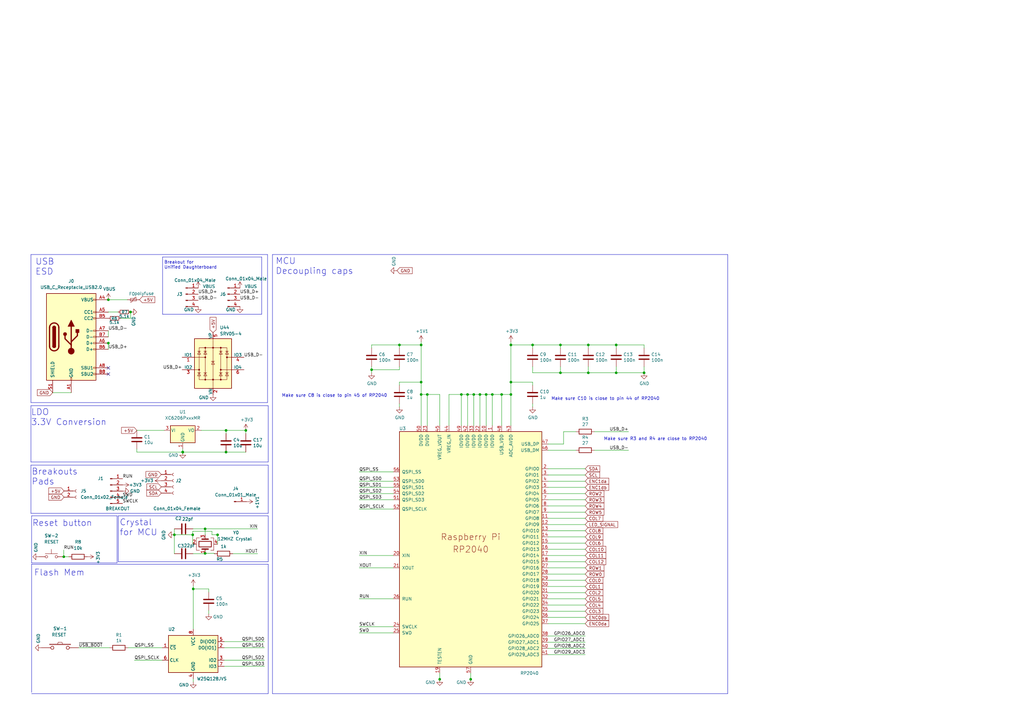
<source format=kicad_sch>
(kicad_sch (version 20230121) (generator eeschema)
  (paper "A3")
  (title_block (title "Rp2040 __template__") (date "2020-12-18") (rev "REV 0.1") (company "scattered_lenity.space"))
  (lib_symbols
    (symbol "Connector:Conn_01x01_Male" (pin_names (offset 1.016) hide)
      (property "Reference" "J" (at 0 2.54 0))
      (property "Value" "Conn_01x01_Male" (at 0 -2.54 0))
      (symbol "Conn_01x01_Male_1_1"
        (pin passive line (at 5.08 0 180) (length 3.81) (name "Pin_1") (number "1"))
      )
    )
    (symbol "Connector:Conn_01x02_Female" (pin_names (offset 1.016) hide)
      (property "Reference" "J" (at 0 2.54 0))
      (property "Value" "Conn_01x02_Female" (at 0 -5.08 0))
      (symbol "Conn_01x02_Female_1_1"
        (pin passive line (at -5.08 0 0) (length 3.81) (name "Pin_1") (number "1"))
        (pin passive line (at -5.08 -2.54 0) (length 3.81) (name "Pin_2") (number "2"))
      )
    )
    (symbol "Connector:Conn_01x04_Female" (pin_names (offset 1.016) hide)
      (property "Reference" "J" (at 0 5.08 0))
      (property "Value" "Conn_01x04_Female" (at 0 -7.62 0))
      (symbol "Conn_01x04_Female_1_1"
        (pin passive line (at -5.08 2.54 0) (length 3.81) (name "Pin_1") (number "1"))
        (pin passive line (at -5.08 0 0) (length 3.81) (name "Pin_2") (number "2"))
        (pin passive line (at -5.08 -2.54 0) (length 3.81) (name "Pin_3") (number "3"))
        (pin passive line (at -5.08 -5.08 0) (length 3.81) (name "Pin_4") (number "4"))
      )
    )
    (symbol "Connector:Conn_01x04_Male" (pin_names (offset 1.016) hide)
      (property "Reference" "J" (at 0 5.08 0))
      (property "Value" "Conn_01x04_Male" (at 0 -7.62 0))
      (symbol "Conn_01x04_Male_1_1"
        (pin passive line (at 5.08 2.54 180) (length 3.81) (name "Pin_1") (number "1"))
        (pin passive line (at 5.08 0 180) (length 3.81) (name "Pin_2") (number "2"))
        (pin passive line (at 5.08 -2.54 180) (length 3.81) (name "Pin_3") (number "3"))
        (pin passive line (at 5.08 -5.08 180) (length 3.81) (name "Pin_4") (number "4"))
      )
    )
    (symbol "Connector:Conn_01x05_Male" (pin_names (offset 1.016) hide)
      (property "Reference" "J" (at 0 7.62 0))
      (property "Value" "Conn_01x05_Male" (at 0 -7.62 0))
      (symbol "Conn_01x05_Male_1_1"
        (pin passive line (at 5.08 5.08 180) (length 3.81) (name "Pin_1") (number "1"))
        (pin passive line (at 5.08 2.54 180) (length 3.81) (name "Pin_2") (number "2"))
        (pin passive line (at 5.08 0 180) (length 3.81) (name "Pin_3") (number "3"))
        (pin passive line (at 5.08 -2.54 180) (length 3.81) (name "Pin_4") (number "4"))
        (pin passive line (at 5.08 -5.08 180) (length 3.81) (name "Pin_5") (number "5"))
      )
    )
    (symbol "Connector:USB_C_Receptacle_USB2.0" (pin_names (offset 1.016))
      (property "Reference" "J" (at -10.16 19.05 0))
      (property "Value" "USB_C_Receptacle_USB2.0" (at 19.05 19.05 0))
      (symbol "USB_C_Receptacle_USB2.0_1_1"
        (pin passive line (at 0 -22.86 90) (length 5.08) (name "GND") (number "A1"))
        (pin passive line (at 0 -22.86 90) (length 5.08) hide (name "GND") (number "A12"))
        (pin passive line (at 15.24 15.24 180) (length 5.08) (name "VBUS") (number "A4"))
        (pin bidirectional line (at 15.24 10.16 180) (length 5.08) (name "CC1") (number "A5"))
        (pin bidirectional line (at 15.24 -2.54 180) (length 5.08) (name "D+") (number "A6"))
        (pin bidirectional line (at 15.24 2.54 180) (length 5.08) (name "D-") (number "A7"))
        (pin bidirectional line (at 15.24 -12.7 180) (length 5.08) (name "SBU1") (number "A8"))
        (pin passive line (at 15.24 15.24 180) (length 5.08) hide (name "VBUS") (number "A9"))
        (pin passive line (at 0 -22.86 90) (length 5.08) hide (name "GND") (number "B1"))
        (pin passive line (at 0 -22.86 90) (length 5.08) hide (name "GND") (number "B12"))
        (pin passive line (at 15.24 15.24 180) (length 5.08) hide (name "VBUS") (number "B4"))
        (pin bidirectional line (at 15.24 7.62 180) (length 5.08) (name "CC2") (number "B5"))
        (pin bidirectional line (at 15.24 -5.08 180) (length 5.08) (name "D+") (number "B6"))
        (pin bidirectional line (at 15.24 0 180) (length 5.08) (name "D-") (number "B7"))
        (pin bidirectional line (at 15.24 -15.24 180) (length 5.08) (name "SBU2") (number "B8"))
        (pin passive line (at 15.24 15.24 180) (length 5.08) hide (name "VBUS") (number "B9"))
        (pin passive line (at -7.62 -22.86 90) (length 5.08) (name "SHIELD") (number "S1"))
      )
    )
    (symbol "Device:C" (pin_numbers hide) (pin_names (offset 0.254))
      (property "Reference" "C" (at 0.635 2.54 0))
      (property "Value" "C" (at 0.635 -2.54 0))
      (symbol "C_1_1"
        (pin passive line (at 0 3.81 270) (length 2.794) (name "~") (number "1"))
        (pin passive line (at 0 -3.81 90) (length 2.794) (name "~") (number "2"))
      )
    )
    (symbol "Device:Crystal_GND24" (pin_names (offset 1.016) hide)
      (property "Reference" "Y" (at 3.175 5.08 0))
      (property "Value" "Crystal_GND24" (at 3.175 3.175 0))
      (symbol "Crystal_GND24_1_1"
        (pin passive line (at -3.81 0 0) (length 1.27) (name "1") (number "1"))
        (pin passive line (at 0 5.08 270) (length 1.27) (name "2") (number "2"))
        (pin passive line (at 3.81 0 180) (length 1.27) (name "3") (number "3"))
        (pin passive line (at 0 -5.08 90) (length 1.27) (name "4") (number "4"))
      )
    )
    (symbol "Device:Polyfuse_Small" (pin_numbers hide) (pin_names (offset 0))
      (property "Reference" "F" (at -1.905 0 90))
      (property "Value" "Polyfuse_Small" (at 1.905 0 90))
      (symbol "Polyfuse_Small_1_1"
        (pin passive line (at 0 2.54 270) (length 0.635) (name "~") (number "1"))
        (pin passive line (at 0 -2.54 90) (length 0.635) (name "~") (number "2"))
      )
    )
    (symbol "Device:R" (pin_numbers hide) (pin_names (offset 0))
      (property "Reference" "R" (at 2.032 0 90))
      (property "Value" "R" (at 0 0 90))
      (symbol "R_1_1"
        (pin passive line (at 0 3.81 270) (length 1.27) (name "~") (number "1"))
        (pin passive line (at 0 -3.81 90) (length 1.27) (name "~") (number "2"))
      )
    )
    (symbol "Device:R_Small" (pin_numbers hide) (pin_names (offset 0.254) hide)
      (property "Reference" "R" (at 0.762 0.508 0))
      (property "Value" "R_Small" (at 0.762 -1.016 0))
      (symbol "R_Small_1_1"
        (pin passive line (at 0 2.54 270) (length 0.762) (name "~") (number "1"))
        (pin passive line (at 0 -2.54 90) (length 0.762) (name "~") (number "2"))
      )
    )
    (symbol "MCU_RaspberryPi_RP2040:RP2040" (pin_names (offset 1.016))
      (property "Reference" "U" (at -29.21 49.53 0))
      (property "Value" "RP2040" (at 24.13 -49.53 0))
      (symbol "RP2040_0_0"
        (text "Raspberry Pi" (at 0 5.08 0) (effects (font (size 2.54 2.54))))
        (text "RP2040" (at 0 0 0) (effects (font (size 2.54 2.54))))
      )
      (symbol "RP2040_1_1"
        (pin power_in line (at 8.89 50.8 270) (length 2.54) (name "IOVDD") (number "1"))
        (pin power_in line (at 6.35 50.8 270) (length 2.54) (name "IOVDD") (number "10"))
        (pin bidirectional line (at 31.75 12.7 180) (length 2.54) (name "GPIO8") (number "11"))
        (pin bidirectional line (at 31.75 10.16 180) (length 2.54) (name "GPIO9") (number "12"))
        (pin bidirectional line (at 31.75 7.62 180) (length 2.54) (name "GPIO10") (number "13"))
        (pin bidirectional line (at 31.75 5.08 180) (length 2.54) (name "GPIO11") (number "14"))
        (pin bidirectional line (at 31.75 2.54 180) (length 2.54) (name "GPIO12") (number "15"))
        (pin bidirectional line (at 31.75 0 180) (length 2.54) (name "GPIO13") (number "16"))
        (pin bidirectional line (at 31.75 -2.54 180) (length 2.54) (name "GPIO14") (number "17"))
        (pin bidirectional line (at 31.75 -5.08 180) (length 2.54) (name "GPIO15") (number "18"))
        (pin passive line (at -12.7 -50.8 90) (length 2.54) (name "TESTEN") (number "19"))
        (pin bidirectional line (at 31.75 33.02 180) (length 2.54) (name "GPIO0") (number "2"))
        (pin input line (at -31.75 -2.54 0) (length 2.54) (name "XIN") (number "20"))
        (pin passive line (at -31.75 -7.62 0) (length 2.54) (name "XOUT") (number "21"))
        (pin power_in line (at 3.81 50.8 270) (length 2.54) (name "IOVDD") (number "22"))
        (pin power_in line (at -17.78 50.8 270) (length 2.54) (name "DVDD") (number "23"))
        (pin output line (at -31.75 -31.75 0) (length 2.54) (name "SWCLK") (number "24"))
        (pin bidirectional line (at -31.75 -34.29 0) (length 2.54) (name "SWD") (number "25"))
        (pin input line (at -31.75 -20.32 0) (length 2.54) (name "RUN") (number "26"))
        (pin bidirectional line (at 31.75 -7.62 180) (length 2.54) (name "GPIO16") (number "27"))
        (pin bidirectional line (at 31.75 -10.16 180) (length 2.54) (name "GPIO17") (number "28"))
        (pin bidirectional line (at 31.75 -12.7 180) (length 2.54) (name "GPIO18") (number "29"))
        (pin bidirectional line (at 31.75 30.48 180) (length 2.54) (name "GPIO1") (number "3"))
        (pin bidirectional line (at 31.75 -15.24 180) (length 2.54) (name "GPIO19") (number "30"))
        (pin bidirectional line (at 31.75 -17.78 180) (length 2.54) (name "GPIO20") (number "31"))
        (pin bidirectional line (at 31.75 -20.32 180) (length 2.54) (name "GPIO21") (number "32"))
        (pin power_in line (at 1.27 50.8 270) (length 2.54) (name "IOVDD") (number "33"))
        (pin bidirectional line (at 31.75 -22.86 180) (length 2.54) (name "GPIO22") (number "34"))
        (pin bidirectional line (at 31.75 -25.4 180) (length 2.54) (name "GPIO23") (number "35"))
        (pin bidirectional line (at 31.75 -27.94 180) (length 2.54) (name "GPIO24") (number "36"))
        (pin bidirectional line (at 31.75 -30.48 180) (length 2.54) (name "GPIO25") (number "37"))
        (pin bidirectional line (at 31.75 -35.56 180) (length 2.54) (name "GPIO26_ADC0") (number "38"))
        (pin bidirectional line (at 31.75 -38.1 180) (length 2.54) (name "GPIO27_ADC1") (number "39"))
        (pin bidirectional line (at 31.75 27.94 180) (length 2.54) (name "GPIO2") (number "4"))
        (pin bidirectional line (at 31.75 -40.64 180) (length 2.54) (name "GPIO28_ADC2") (number "40"))
        (pin bidirectional line (at 31.75 -43.18 180) (length 2.54) (name "GPIO29_ADC3") (number "41"))
        (pin power_in line (at -1.27 50.8 270) (length 2.54) (name "IOVDD") (number "42"))
        (pin power_in line (at 16.51 50.8 270) (length 2.54) (name "ADC_AVDD") (number "43"))
        (pin power_in line (at -8.89 50.8 270) (length 2.54) (name "VREG_IN") (number "44"))
        (pin power_out line (at -12.7 50.8 270) (length 2.54) (name "VREG_VOUT") (number "45"))
        (pin bidirectional line (at 31.75 40.64 180) (length 2.54) (name "USB_DM") (number "46"))
        (pin bidirectional line (at 31.75 43.18 180) (length 2.54) (name "USB_DP") (number "47"))
        (pin power_in line (at 12.7 50.8 270) (length 2.54) (name "USB_VDD") (number "48"))
        (pin power_in line (at -3.81 50.8 270) (length 2.54) (name "IOVDD") (number "49"))
        (pin bidirectional line (at 31.75 25.4 180) (length 2.54) (name "GPIO3") (number "5"))
        (pin power_in line (at -20.32 50.8 270) (length 2.54) (name "DVDD") (number "50"))
        (pin bidirectional line (at -31.75 20.32 0) (length 2.54) (name "QSPI_SD3") (number "51"))
        (pin output line (at -31.75 16.51 0) (length 2.54) (name "QSPI_SCLK") (number "52"))
        (pin bidirectional line (at -31.75 27.94 0) (length 2.54) (name "QSPI_SD0") (number "53"))
        (pin bidirectional line (at -31.75 22.86 0) (length 2.54) (name "QSPI_SD2") (number "54"))
        (pin bidirectional line (at -31.75 25.4 0) (length 2.54) (name "QSPI_SD1") (number "55"))
        (pin bidirectional line (at -31.75 31.75 0) (length 2.54) (name "QSPI_SS") (number "56"))
        (pin power_in line (at 0 -50.8 90) (length 2.54) (name "GND") (number "57"))
        (pin bidirectional line (at 31.75 22.86 180) (length 2.54) (name "GPIO4") (number "6"))
        (pin bidirectional line (at 31.75 20.32 180) (length 2.54) (name "GPIO5") (number "7"))
        (pin bidirectional line (at 31.75 17.78 180) (length 2.54) (name "GPIO6") (number "8"))
        (pin bidirectional line (at 31.75 15.24 180) (length 2.54) (name "GPIO7") (number "9"))
      )
    )
    (symbol "Memory_Flash:W25Q128JVS"
      (property "Reference" "U" (at -8.89 8.89 0))
      (property "Value" "W25Q128JVS" (at 7.62 8.89 0))
      (symbol "W25Q128JVS_1_1"
        (pin input line (at -12.7 2.54 0) (length 2.54) (name "~{CS}") (number "1"))
        (pin bidirectional line (at 12.7 2.54 180) (length 2.54) (name "DO(IO1)") (number "2"))
        (pin bidirectional line (at 12.7 -2.54 180) (length 2.54) (name "IO2") (number "3"))
        (pin power_in line (at 0 -10.16 90) (length 2.54) (name "GND") (number "4"))
        (pin bidirectional line (at 12.7 5.08 180) (length 2.54) (name "DI(IO0)") (number "5"))
        (pin input line (at -12.7 -2.54 0) (length 2.54) (name "CLK") (number "6"))
        (pin bidirectional line (at 12.7 -5.08 180) (length 2.54) (name "IO3") (number "7"))
        (pin power_in line (at 0 10.16 270) (length 2.54) (name "VCC") (number "8"))
      )
    )
    (symbol "Power_Protection:SRV05-4" (pin_names (offset 0))
      (property "Reference" "U" (at -5.08 11.43 0))
      (property "Value" "SRV05-4" (at 2.54 11.43 0))
      (symbol "SRV05-4_1_1"
        (pin passive line (at -12.7 2.54 0) (length 5.08) (name "IO1") (number "1"))
        (pin passive line (at 0 -12.7 90) (length 2.54) (name "VN") (number "2"))
        (pin passive line (at -12.7 -2.54 0) (length 5.08) (name "IO2") (number "3"))
        (pin passive line (at 12.7 2.54 180) (length 5.08) (name "IO3") (number "4"))
        (pin passive line (at 0 12.7 270) (length 2.54) (name "VP") (number "5"))
        (pin passive line (at 12.7 -2.54 180) (length 5.08) (name "IO4") (number "6"))
      )
    )
    (symbol "Regulator_Linear:XC6206PxxxMR" (pin_names (offset 0.254))
      (property "Reference" "U" (at -3.81 3.175 0))
      (property "Value" "XC6206PxxxMR" (at 0 3.175 0))
      (symbol "XC6206PxxxMR_1_1"
        (pin power_in line (at 0 -7.62 90) (length 2.54) (name "GND") (number "1"))
        (pin power_out line (at 7.62 0 180) (length 2.54) (name "VO") (number "2"))
        (pin power_in line (at -7.62 0 0) (length 2.54) (name "VI") (number "3"))
      )
    )
    (symbol "Switch:SW_Push" (pin_numbers hide) (pin_names (offset 1.016) hide)
      (property "Reference" "SW" (at 1.27 2.54 0))
      (property "Value" "SW_Push" (at 0 -1.524 0))
      (symbol "SW_Push_0_1"
        (pin passive line (at -5.08 0 0) (length 2.54) (name "1") (number "1"))
        (pin passive line (at 5.08 0 180) (length 2.54) (name "2") (number "2"))
      )
    )
    (symbol "cipulot_parts:SW_PUSH" (pin_numbers hide) (pin_names (offset 1.016) hide)
      (property "Reference" "SW" (at 3.81 2.794 0))
      (property "Value" "SW_PUSH" (at 0 -2.032 0))
      (symbol "SW_PUSH_0_1"
        (pin passive inverted (at -7.62 0 0) (length 5.08) (name "1") (number "1"))
        (pin passive inverted (at 7.62 0 180) (length 5.08) (name "2") (number "2"))
      )
    )
    (symbol "power:+1V1" (power) (pin_names (offset 0))
      (property "Value" "+1V1" (at 0 3.556 0))
      (symbol "+1V1_1_1"
        (pin power_in line (at 0 0 90) (length 0) hide (name "+1V1") (number "1"))
      )
    )
    (symbol "power:+3V3" (power) (pin_names (offset 0))
      (property "Value" "+3V3" (at 0 3.556 0))
      (symbol "+3V3_1_1"
        (pin power_in line (at 0 0 90) (length 0) hide (name "+3V3") (number "1"))
      )
    )
    (symbol "power:GND" (power) (pin_names (offset 0))
      (property "Value" "GND" (at 0 -3.81 0))
      (symbol "GND_1_1"
        (pin power_in line (at 0 0 270) (length 0) hide (name "GND") (number "1"))
      )
    )
    (symbol "power:VBUS" (power) (pin_names (offset 0))
      (property "Value" "VBUS" (at 0 3.81 0))
      (symbol "VBUS_1_1"
        (pin power_in line (at 0 0 90) (length 0) hide (name "VBUS") (number "1"))
      )
    )
  )
  (junction (at 209.55 156.718))
  (junction (at 44.45 122.936))
  (junction (at 241.3 152.908))
  (junction (at 189.23 161.798))
  (junction (at 191.77 161.798))
  (junction (at 44.45 140.716))
  (junction (at 92.71 185.42))
  (junction (at 100.838 176.53))
  (junction (at 79.248 241.554))
  (junction (at 194.31 161.798))
  (junction (at 71.5264 219.3544))
  (junction (at 84.1248 216.916))
  (junction (at 84.1248 226.9744))
  (junction (at 53.5432 127.9652))
  (junction (at 205.74 161.798))
  (junction (at 79.0448 219.3544))
  (junction (at 241.3 141.478))
  (junction (at 196.85 161.798))
  (junction (at 172.72 141.478))
  (junction (at 172.72 161.798))
  (junction (at 163.83 141.478))
  (junction (at 252.73 141.478))
  (junction (at 74.93 185.42))
  (junction (at 74.9431 185.42))
  (junction (at 152.4 151.638))
  (junction (at 264.16 152.908))
  (junction (at 180.34 278.6126))
  (junction (at 193.04 278.6126))
  (junction (at 175.26 161.798))
  (junction (at 26.162 228.346))
  (junction (at 201.93 161.798))
  (junction (at 209.55 161.798))
  (junction (at 172.72 156.718))
  (junction (at 89.2302 219.3544))
  (junction (at 209.55 141.478))
  (junction (at 252.73 152.908))
  (junction (at 92.71 176.53))
  (junction (at 218.44 141.478))
  (junction (at 229.87 152.908))
  (junction (at 199.39 161.798))
  (junction (at 229.87 141.478))
  (no_connect (at 44.45 153.416))
  (no_connect (at 44.45 150.876))
  (wire (pts (xy 161.29 257.048) (xy 147.32 257.048)))
  (wire (pts (xy 79.1464 227.076) (xy 84.1248 227.076)))
  (wire (pts (xy 147.32 202.438) (xy 161.29 202.438)))
  (wire (pts (xy 224.79 220.218) (xy 240.03 220.218)))
  (wire (pts (xy 224.79 199.898) (xy 240.03 199.898)))
  (wire (pts (xy 201.93 161.798) (xy 205.74 161.798)))
  (wire (pts (xy 52.1462 122.936) (xy 52.1462 122.9106)))
  (wire (pts (xy 229.87 142.748) (xy 229.87 141.478)))
  (polyline (pts (xy 12.7 189.484) (xy 12.7 166.37)))
  (wire (pts (xy 85.598 241.554) (xy 79.248 241.554)))
  (wire (pts (xy 224.79 194.818) (xy 240.03 194.818)))
  (wire (pts (xy 180.34 161.798) (xy 175.26 161.798)))
  (wire (pts (xy 147.32 197.358) (xy 161.29 197.358)))
  (wire (pts (xy 91.948 270.764) (xy 108.458 270.764)))
  (wire (pts (xy 147.32 199.898) (xy 161.29 199.898)))
  (wire (pts (xy 44.45 122.936) (xy 52.1462 122.936)))
  (polyline (pts (xy 12.7 210.566) (xy 12.7 190.754)))
  (wire (pts (xy 79.248 240.284) (xy 79.248 241.554)))
  (wire (pts (xy 199.39 174.498) (xy 199.39 161.798)))
  (wire (pts (xy 74.93 185.42) (xy 74.93 185.5216)))
  (wire (pts (xy 196.85 161.798) (xy 199.39 161.798)))
  (wire (pts (xy 86.9442 217.932) (xy 79.0448 217.932)))
  (wire (pts (xy 163.83 157.988) (xy 163.83 156.718)))
  (polyline (pts (xy 111.76 104.394) (xy 111.76 284.48)))
  (polyline (pts (xy 48.514 230.378) (xy 48.514 211.582)))
  (polyline (pts (xy 12.954 230.886) (xy 48.006 230.886)))
  (wire (pts (xy 53.5686 127.9652) (xy 53.5432 127.9652)))
  (wire (pts (xy 172.72 140.208) (xy 172.72 141.478)))
  (wire (pts (xy 180.34 276.098) (xy 180.34 278.6126)))
  (wire (pts (xy 224.79 222.758) (xy 240.03 222.758)))
  (wire (pts (xy 218.44 150.368) (xy 218.44 152.908)))
  (wire (pts (xy 100.838 177.8) (xy 100.838 176.53)))
  (polyline (pts (xy 12.954 283.972) (xy 12.954 231.394)))
  (wire (pts (xy 224.79 260.858) (xy 240.03 260.858)))
  (wire (pts (xy 71.5264 216.916) (xy 71.5264 219.3544)))
  (wire (pts (xy 175.26 174.498) (xy 175.26 161.798)))
  (wire (pts (xy 26.162 228.346) (xy 28.194 228.346)))
  (wire (pts (xy 224.79 268.478) (xy 240.03 268.478)))
  (wire (pts (xy 56.134 176.53) (xy 67.3231 176.53)))
  (wire (pts (xy 224.79 212.598) (xy 240.03 212.598)))
  (wire (pts (xy 44.45 127.9652) (xy 44.45 128.016)))
  (wire (pts (xy 209.55 156.718) (xy 218.44 156.718)))
  (wire (pts (xy 89.2048 223.1644) (xy 89.2302 223.1644)))
  (polyline (pts (xy 12.7 165.1) (xy 12.7 104.394)))
  (wire (pts (xy 44.958 265.684) (xy 32.258 265.684)))
  (wire (pts (xy 209.55 140.208) (xy 209.55 141.478)))
  (wire (pts (xy 264.16 150.368) (xy 264.16 152.908)))
  (wire (pts (xy 44.45 140.716) (xy 44.45 143.256)))
  (wire (pts (xy 193.04 276.098) (xy 193.04 278.6126)))
  (wire (pts (xy 224.79 182.118) (xy 231.14 182.118)))
  (polyline (pts (xy 109.982 231.394) (xy 109.982 284.48)))
  (wire (pts (xy 224.79 207.518) (xy 240.03 207.518)))
  (wire (pts (xy 218.44 141.478) (xy 229.87 141.478)))
  (wire (pts (xy 224.79 243.078) (xy 240.03 243.078)))
  (wire (pts (xy 89.2302 219.3544) (xy 86.9442 219.3544)))
  (wire (pts (xy 224.79 210.058) (xy 240.03 210.058)))
  (wire (pts (xy 224.79 263.398) (xy 240.03 263.398)))
  (wire (pts (xy 56.134 185.42) (xy 74.93 185.42)))
  (polyline (pts (xy 12.954 284.48) (xy 109.982 284.48)))
  (wire (pts (xy 26.162 225.552) (xy 26.162 228.346)))
  (wire (pts (xy 91.948 265.684) (xy 108.458 265.684)))
  (wire (pts (xy 224.79 184.658) (xy 236.22 184.658)))
  (wire (pts (xy 224.79 265.938) (xy 240.03 265.938)))
  (wire (pts (xy 209.55 161.798) (xy 209.55 174.498)))
  (polyline (pts (xy 109.982 211.582) (xy 109.982 230.378)))
  (wire (pts (xy 87.884 226.9744) (xy 87.884 227.076)))
  (wire (pts (xy 86.9442 219.3544) (xy 86.9442 217.932)))
  (polyline (pts (xy 12.7 166.37) (xy 109.982 166.37)))
  (wire (pts (xy 79.0448 223.1644) (xy 79.0448 219.3544)))
  (wire (pts (xy 85.598 250.444) (xy 85.598 251.714)))
  (wire (pts (xy 84.1248 216.916) (xy 105.664 216.916)))
  (wire (pts (xy 49.53 130.556) (xy 53.5686 130.556)))
  (wire (pts (xy 180.34 174.498) (xy 180.34 161.798)))
  (wire (pts (xy 264.16 142.748) (xy 264.16 141.478)))
  (wire (pts (xy 224.79 232.918) (xy 240.03 232.918)))
  (wire (pts (xy 229.87 150.368) (xy 229.87 152.908)))
  (wire (pts (xy 79.248 241.554) (xy 79.248 258.064)))
  (wire (pts (xy 163.83 141.478) (xy 172.72 141.478)))
  (wire (pts (xy 152.4 141.478) (xy 163.83 141.478)))
  (wire (pts (xy 241.3 152.908) (xy 229.87 152.908)))
  (wire (pts (xy 224.79 240.538) (xy 240.03 240.538)))
  (polyline (pts (xy 109.728 104.394) (xy 109.728 165.1)))
  (polyline (pts (xy 12.7 165.1) (xy 109.728 165.1)))
  (wire (pts (xy 229.87 141.478) (xy 241.3 141.478)))
  (wire (pts (xy 172.72 161.798) (xy 172.72 174.498)))
  (wire (pts (xy 189.23 174.498) (xy 189.23 161.798)))
  (wire (pts (xy 89.2556 219.3544) (xy 89.2302 219.3544)))
  (wire (pts (xy 224.79 248.158) (xy 240.03 248.158)))
  (wire (pts (xy 201.93 161.798) (xy 201.93 174.498)))
  (wire (pts (xy 85.598 242.824) (xy 85.598 241.554)))
  (polyline (pts (xy 109.982 210.566) (xy 12.7 210.566)))
  (polyline (pts (xy 12.954 230.886) (xy 12.954 211.582)))
  (polyline (pts (xy 12.7 190.754) (xy 109.982 190.754)))
  (wire (pts (xy 74.9431 184.15) (xy 74.9431 185.42)))
  (wire (pts (xy 161.29 259.588) (xy 147.32 259.588)))
  (wire (pts (xy 82.5631 176.53) (xy 92.71 176.53)))
  (wire (pts (xy 191.77 161.798) (xy 194.31 161.798)))
  (wire (pts (xy 193.04 278.6126) (xy 193.04 278.638)))
  (wire (pts (xy 224.79 202.438) (xy 240.03 202.438)))
  (wire (pts (xy 21.59 161.036) (xy 29.21 161.036)))
  (polyline (pts (xy 109.982 230.378) (xy 48.514 230.378)))
  (wire (pts (xy 95.504 227.076) (xy 105.664 227.076)))
  (wire (pts (xy 100.838 176.53) (xy 92.71 176.53)))
  (polyline (pts (xy 12.954 211.582) (xy 48.006 211.582)))
  (wire (pts (xy 224.79 197.358) (xy 240.03 197.358)))
  (wire (pts (xy 55.118 270.764) (xy 66.548 270.764)))
  (wire (pts (xy 218.44 142.748) (xy 218.44 141.478)))
  (wire (pts (xy 224.79 204.978) (xy 240.03 204.978)))
  (polyline (pts (xy 12.954 231.394) (xy 109.982 231.394)))
  (wire (pts (xy 163.83 151.638) (xy 163.83 150.368)))
  (wire (pts (xy 218.44 157.988) (xy 218.44 156.718)))
  (wire (pts (xy 231.14 177.038) (xy 231.14 182.118)))
  (polyline (pts (xy 12.7 104.394) (xy 109.728 104.394)))
  (wire (pts (xy 241.3 150.368) (xy 241.3 152.908)))
  (polyline (pts (xy 109.982 190.754) (xy 109.982 210.566)))
  (polyline (pts (xy 66.675 105.41) (xy 66.675 128.905)))
  (wire (pts (xy 74.93 185.42) (xy 74.9431 185.42)))
  (wire (pts (xy 44.45 135.636) (xy 44.45 138.176)))
  (polyline (pts (xy 111.76 284.48) (xy 298.45 284.48)))
  (wire (pts (xy 252.73 141.478) (xy 264.16 141.478)))
  (wire (pts (xy 194.31 161.798) (xy 196.85 161.798)))
  (wire (pts (xy 224.79 253.238) (xy 240.03 253.238)))
  (wire (pts (xy 71.5264 219.3544) (xy 79.0448 219.3544)))
  (wire (pts (xy 44.5262 140.6906) (xy 44.45 140.6906)))
  (wire (pts (xy 209.55 156.718) (xy 209.55 161.798)))
  (wire (pts (xy 241.3 141.478) (xy 252.73 141.478)))
  (polyline (pts (xy 66.675 128.905) (xy 107.315 128.905)))
  (wire (pts (xy 161.29 232.918) (xy 147.32 232.918)))
  (wire (pts (xy 152.4 151.638) (xy 163.83 151.638)))
  (wire (pts (xy 89.2302 219.3544) (xy 89.2302 223.1644)))
  (wire (pts (xy 92.71 185.42) (xy 100.838 185.42)))
  (wire (pts (xy 52.578 265.684) (xy 66.548 265.684)))
  (wire (pts (xy 252.73 142.748) (xy 252.73 141.478)))
  (wire (pts (xy 84.1248 227.076) (xy 84.1248 226.9744)))
  (polyline (pts (xy 66.675 105.41) (xy 107.315 105.41)))
  (wire (pts (xy 241.3 142.748) (xy 241.3 141.478)))
  (wire (pts (xy 224.79 237.998) (xy 240.03 237.998)))
  (wire (pts (xy 264.16 152.908) (xy 252.73 152.908)))
  (polyline (pts (xy 48.006 211.582) (xy 48.006 230.886)))
  (wire (pts (xy 243.84 177.038) (xy 257.81 177.038)))
  (wire (pts (xy 48.4632 127.9652) (xy 44.45 127.9652)))
  (wire (pts (xy 74.9431 185.42) (xy 92.71 185.42)))
  (wire (pts (xy 191.77 174.498) (xy 191.77 161.798)))
  (wire (pts (xy 92.71 177.8) (xy 92.71 176.53)))
  (polyline (pts (xy 298.45 284.48) (xy 298.45 104.394)))
  (wire (pts (xy 71.5264 219.3544) (xy 71.5264 227.076)))
  (wire (pts (xy 152.4 142.748) (xy 152.4 141.478)))
  (wire (pts (xy 205.74 174.498) (xy 205.74 161.798)))
  (wire (pts (xy 172.72 156.718) (xy 172.72 161.798)))
  (wire (pts (xy 224.79 255.778) (xy 240.03 255.778)))
  (wire (pts (xy 91.948 273.304) (xy 108.458 273.304)))
  (wire (pts (xy 152.4 150.368) (xy 152.4 151.638)))
  (wire (pts (xy 79.248 278.384) (xy 79.248 279.654)))
  (wire (pts (xy 161.29 245.618) (xy 147.32 245.618)))
  (wire (pts (xy 184.15 174.498) (xy 184.15 161.798)))
  (wire (pts (xy 79.0448 217.932) (xy 79.0448 219.3544)))
  (wire (pts (xy 180.34 278.6126) (xy 180.34 278.638)))
  (wire (pts (xy 224.79 227.838) (xy 240.03 227.838)))
  (wire (pts (xy 224.79 215.138) (xy 240.03 215.138)))
  (wire (pts (xy 224.79 235.458) (xy 240.03 235.458)))
  (wire (pts (xy 196.85 174.498) (xy 196.85 161.798)))
  (wire (pts (xy 194.31 174.498) (xy 194.31 161.798)))
  (polyline (pts (xy 109.982 166.37) (xy 109.982 189.484)))
  (wire (pts (xy 84.1248 226.9744) (xy 87.884 226.9744)))
  (polyline (pts (xy 48.514 211.582) (xy 109.982 211.582)))
  (wire (pts (xy 44.45 140.6906) (xy 44.45 140.716)))
  (wire (pts (xy 209.55 141.478) (xy 209.55 156.718)))
  (wire (pts (xy 184.15 161.798) (xy 189.23 161.798)))
  (polyline (pts (xy 298.45 104.394) (xy 111.76 104.394)))
  (wire (pts (xy 224.79 225.298) (xy 240.03 225.298)))
  (wire (pts (xy 224.79 217.678) (xy 240.03 217.678)))
  (wire (pts (xy 163.83 165.608) (xy 163.83 166.878)))
  (wire (pts (xy 163.83 142.748) (xy 163.83 141.478)))
  (wire (pts (xy 53.5686 130.556) (xy 53.5686 127.9652)))
  (wire (pts (xy 56.134 184.15) (xy 56.134 185.42)))
  (wire (pts (xy 252.73 150.368) (xy 252.73 152.908)))
  (wire (pts (xy 147.32 204.978) (xy 161.29 204.978)))
  (wire (pts (xy 224.79 250.698) (xy 240.03 250.698)))
  (wire (pts (xy 224.79 245.618) (xy 240.03 245.618)))
  (wire (pts (xy 205.74 161.798) (xy 209.55 161.798)))
  (wire (pts (xy 152.4 151.638) (xy 152.4 152.908)))
  (wire (pts (xy 252.73 152.908) (xy 241.3 152.908)))
  (wire (pts (xy 84.1248 216.916) (xy 84.1248 219.3544)))
  (wire (pts (xy 224.79 192.278) (xy 240.03 192.278)))
  (polyline (pts (xy 107.315 128.905) (xy 107.315 105.41)))
  (polyline (pts (xy 12.7 189.484) (xy 109.982 189.484)))
  (wire (pts (xy 209.55 141.478) (xy 218.44 141.478)))
  (wire (pts (xy 79.1464 216.916) (xy 84.1248 216.916)))
  (wire (pts (xy 163.83 156.718) (xy 172.72 156.718)))
  (wire (pts (xy 161.29 193.548) (xy 147.32 193.548)))
  (wire (pts (xy 147.32 227.838) (xy 161.29 227.838)))
  (wire (pts (xy 199.39 161.798) (xy 201.93 161.798)))
  (wire (pts (xy 172.72 141.478) (xy 172.72 156.718)))
  (wire (pts (xy 229.87 152.908) (xy 218.44 152.908)))
  (wire (pts (xy 91.948 263.144) (xy 108.458 263.144)))
  (wire (pts (xy 161.29 208.788) (xy 147.32 208.788)))
  (wire (pts (xy 189.23 161.798) (xy 191.77 161.798)))
  (wire (pts (xy 224.79 230.378) (xy 240.03 230.378)))
  (wire (pts (xy 231.14 177.038) (xy 236.22 177.038)))
  (wire (pts (xy 218.44 165.608) (xy 218.44 166.878)))
  (wire (pts (xy 243.84 184.658) (xy 257.81 184.658)))
  (wire (pts (xy 175.26 161.798) (xy 172.72 161.798)))
  (text "USB\nESD" (at 14.478 113.03 0) (effects (font (size 2.54 2.54)) (justify left bottom)))
  (text "Make sure C8 is close to pin 45 of RP2040" (at 115.57 163.068 0) (effects (font (size 1.27 1.27)) (justify left bottom)))
  (text "Breakouts\nPads\n" (at 12.954 199.136 0) (effects (font (size 2.54 2.54)) (justify left bottom)))
  (text "Make sure R3 and R4 are close to RP2040" (at 247.65 180.848 0) (effects (font (size 1.27 1.27)) (justify left bottom)))
  (text "Crystal\nfor MCU" (at 49.022 219.964 0) (effects (font (size 2.54 2.54)) (justify left bottom)))
  (text "Flash Mem " (at 13.97 236.474 0) (effects (font (size 2.54 2.54)) (justify left bottom)))
  (text "MCU\nDecoupling caps " (at 113.03 112.776 0) (effects (font (size 2.54 2.54)) (justify left bottom)))
  (text "Make sure C10 is close to pin 44 of RP2040" (at 226.06 164.338 0) (effects (font (size 1.27 1.27)) (justify left bottom)))
  (text "Reset button\n" (at 13.208 216.154 0) (effects (font (size 2.54 2.54)) (justify left bottom)))
  (text "LDO\n3.3V Conversion\n" (at 12.7 174.752 0) (effects (font (size 2.54 2.54)) (justify left bottom)))
  (text "Breakout for \nUnified Daughterboard" (at 67.31 110.49 0) (effects (font (size 1.27 1.27)) (justify left bottom)))
  (label "RUN" (at 50.292 196.342 0))
  (label "QSPI_SD2" (at 108.458 270.764 180))
  (label "XIN" (at 147.32 227.838 0))
  (label "QSPI_SS" (at 55.118 265.684 0))
  (label "RUN" (at 147.32 245.618 0))
  (label "RUN" (at 26.162 225.552 0))
  (label "SWD" (at 50.292 203.962 0))
  (label "USB_D+" (at 44.45 143.256 0))
  (label "USB_D+" (at 74.676 151.638 180))
  (label "~{USB_BOOT}" (at 32.258 265.684 0))
  (label "GPIO27_ADC1" (at 240.03 263.398 180))
  (label "XIN" (at 105.664 216.916 180))
  (label "QSPI_SS" (at 147.32 193.548 0))
  (label "QSPI_SCLK" (at 55.118 270.764 0))
  (label "XOUT" (at 105.664 227.076 180))
  (label "QSPI_SD1" (at 147.32 199.898 0))
  (label "USB_D-" (at 44.45 135.636 0))
  (label "SWD" (at 147.32 259.588 0))
  (label "USB_D+" (at 81.28 120.65 0))
  (label "USB_D-" (at 98.425 123.19 0))
  (label "XOUT" (at 147.32 232.918 0))
  (label "QSPI_SD0" (at 147.32 197.358 0))
  (label "USB_D+" (at 257.81 177.038 180))
  (label "QSPI_SD3" (at 147.32 204.978 0))
  (label "USB_D+" (at 98.425 120.65 0))
  (label "QSPI_SD0" (at 108.458 263.144 180))
  (label "GPIO28_ADC2" (at 240.03 265.938 180))
  (label "USB_D-" (at 257.81 184.658 180))
  (label "GPIO26_ADC0" (at 240.03 260.858 180))
  (label "USB_D-" (at 81.28 123.19 0))
  (label "USB_D-" (at 100.076 146.558 0))
  (label "QSPI_SD1" (at 108.458 265.684 180))
  (label "QSPI_SD3" (at 108.458 273.304 180))
  (label "QSPI_SCLK" (at 147.32 208.788 0))
  (label "SWCLK" (at 147.32 257.048 0))
  (label "QSPI_SD2" (at 147.32 202.438 0))
  (label "SWCLK" (at 50.292 206.502 0))
  (label "GPIO29_ADC3" (at 240.03 268.478 180))
  (global_label "COL2" (shape input) (at 240.03 243.078 0) (property "Intersheetrefs" "${INTERSHEET_REFS}" (effects hide)))
  (global_label "GND" (shape input) (at 26.2636 203.9112 180) (property "Intersheetrefs" "${INTERSHEET_REFS}" (effects hide)))
  (global_label "COL3" (shape input) (at 240.03 250.698 0) (property "Intersheetrefs" "${INTERSHEET_REFS}" (effects hide)))
  (global_label "COL4" (shape input) (at 240.03 248.158 0) (property "Intersheetrefs" "${INTERSHEET_REFS}" (effects hide)))
  (global_label "COL7" (shape input) (at 240.03 212.598 0) (property "Intersheetrefs" "${INTERSHEET_REFS}" (effects hide)))
  (global_label "ROW3" (shape input) (at 240.03 204.978 0) (property "Intersheetrefs" "${INTERSHEET_REFS}" (effects hide)))
  (global_label "COL1" (shape input) (at 240.03 240.538 0) (property "Intersheetrefs" "${INTERSHEET_REFS}" (effects hide)))
  (global_label "+5V" (shape input) (at 56.134 176.53 180) (property "Intersheetrefs" "${INTERSHEET_REFS}" (effects hide)))
  (global_label "ROW0" (shape input) (at 240.03 235.458 0) (property "Intersheetrefs" "${INTERSHEET_REFS}" (effects hide)))
  (global_label "SDA" (shape input) (at 240.03 192.278 0) (property "Intersheetrefs" "${INTERSHEET_REFS}" (effects hide)))
  (global_label "COL6" (shape input) (at 240.03 222.758 0) (property "Intersheetrefs" "${INTERSHEET_REFS}" (effects hide)))
  (global_label "+5V" (shape input) (at 87.376 136.398 90) (property "Intersheetrefs" "${INTERSHEET_REFS}" (effects hide)))
  (global_label "GND" (shape input) (at 21.59 161.036 180) (property "Intersheetrefs" "${INTERSHEET_REFS}" (effects hide)))
  (global_label "COL5" (shape input) (at 240.03 245.618 0) (property "Intersheetrefs" "${INTERSHEET_REFS}" (effects hide)))
  (global_label "ENC0db" (shape input) (at 240.03 253.238 0) (property "Intersheetrefs" "${INTERSHEET_REFS}" (effects hide)))
  (global_label "ROW1" (shape input) (at 240.03 232.918 0) (property "Intersheetrefs" "${INTERSHEET_REFS}" (effects hide)))
  (global_label "LED_SIGNAL" (shape input) (at 240.03 215.138 0) (property "Intersheetrefs" "${INTERSHEET_REFS}" (effects hide)))
  (global_label "GND" (shape input) (at 162.814 110.998 0) (property "Intersheetrefs" "${INTERSHEET_REFS}" (effects hide)))
  (global_label "+5V" (shape input) (at 57.2262 122.9106 0) (property "Intersheetrefs" "${INTERSHEET_REFS}" (effects hide)))
  (global_label "GND" (shape input) (at 66.1416 194.6148 180) (property "Intersheetrefs" "${INTERSHEET_REFS}" (effects hide)))
  (global_label "COL8" (shape input) (at 240.03 217.678 0) (property "Intersheetrefs" "${INTERSHEET_REFS}" (effects hide)))
  (global_label "COL11" (shape input) (at 240.03 227.838 0) (property "Intersheetrefs" "${INTERSHEET_REFS}" (effects hide)))
  (global_label "SDA" (shape input) (at 66.1416 202.2348 180) (property "Intersheetrefs" "${INTERSHEET_REFS}" (effects hide)))
  (global_label "ENC1da" (shape input) (at 240.03 197.358 0) (property "Intersheetrefs" "${INTERSHEET_REFS}" (effects hide)))
  (global_label "SCL" (shape input) (at 240.03 194.818 0) (property "Intersheetrefs" "${INTERSHEET_REFS}" (effects hide)))
  (global_label "+5V" (shape input) (at 26.2636 201.3712 180) (property "Intersheetrefs" "${INTERSHEET_REFS}" (effects hide)))
  (global_label "ROW2" (shape input) (at 240.03 202.438 0) (property "Intersheetrefs" "${INTERSHEET_REFS}" (effects hide)))
  (global_label "ROW5" (shape input) (at 240.03 210.058 0) (property "Intersheetrefs" "${INTERSHEET_REFS}" (effects hide)))
  (global_label "SCL" (shape input) (at 66.1416 199.6948 180) (property "Intersheetrefs" "${INTERSHEET_REFS}" (effects hide)))
  (global_label "COL0" (shape input) (at 240.03 237.998 0) (property "Intersheetrefs" "${INTERSHEET_REFS}" (effects hide)))
  (global_label "COL10" (shape input) (at 240.03 225.298 0) (property "Intersheetrefs" "${INTERSHEET_REFS}" (effects hide)))
  (global_label "ROW4" (shape input) (at 240.03 207.518 0) (property "Intersheetrefs" "${INTERSHEET_REFS}" (effects hide)))
  (global_label "COL12" (shape input) (at 240.03 230.378 0) (property "Intersheetrefs" "${INTERSHEET_REFS}" (effects hide)))
  (global_label "ENC0da" (shape input) (at 240.03 255.778 0) (property "Intersheetrefs" "${INTERSHEET_REFS}" (effects hide)))
  (global_label "COL9" (shape input) (at 240.03 220.218 0) (property "Intersheetrefs" "${INTERSHEET_REFS}" (effects hide)))
  (global_label "ENC1db" (shape input) (at 240.03 199.898 0) (property "Intersheetrefs" "${INTERSHEET_REFS}" (effects hide)))
  (symbol (lib_id "MCU_RaspberryPi_RP2040:RP2040") (at 193.04 225.298 0) (unit 1)
    (property "Reference" "U3" (at 165.1 175.768 0))
    (property "Value" "RP2040" (at 217.17 276.098 0))
    (property "Footprint" "RP2040:RP2040-QFN-56" (effects hide))
    (property "LCSC" "C2040" (effects hide))
  )
  (symbol (lib_id "Device:C") (at 75.3364 216.916 270) (unit 1)
    (property "Reference" "C2" (at 71.8312 212.6488 90) (effects (justify left)))
    (property "Value" "22pf" (at 74.676 212.9028 90) (effects (justify left)))
    (property "Footprint" "Capacitor_SMD:C_0805_2012Metric" (effects hide))
    (property "LCSC" "C1804" (effects hide))
  )
  (symbol (lib_id "Device:C") (at 75.3364 227.076 270) (unit 1)
    (property "Reference" "C3" (at 72.8218 223.8756 90) (effects (justify left)))
    (property "Value" "22pf" (at 75.3618 223.774 90) (effects (justify left)))
    (property "Footprint" "Capacitor_SMD:C_0805_2012Metric" (effects hide))
    (property "LCSC" "C1804" (effects hide))
  )
  (symbol (lib_id "power:GND") (at 71.5264 219.3544 270) (unit 1)
    (property "Reference" "#PWR06" (effects hide))
    (property "Value" "GND" (at 67.1322 219.4814 0))
  )
  (symbol (lib_id "Memory_Flash:W25Q128JVS") (at 79.248 268.224 0) (unit 1)
    (property "Reference" "U2" (at 70.358 258.064 0))
    (property "Value" "W25Q128JVS" (at 86.868 278.384 0))
    (property "Footprint" "Package_SO:SOIC-8_5.23x5.23mm_P1.27mm" (effects hide))
    (property "Datasheet" "http://www.winbond.com/resource-files/w25q128jv_dtr%20revc%2003272018%20plus.pdf" (effects hide))
    (property "LCSC" "C97521" (effects hide))
  )
  (symbol (lib_id "power:+3V3") (at 79.248 240.284 0) (unit 1)
    (property "Reference" "#PWR07" (effects hide))
    (property "Value" "+3V3" (at 79.629 235.8898 0))
  )
  (symbol (lib_id "power:GND") (at 79.248 279.654 0) (unit 1)
    (property "Reference" "#PWR08" (effects hide))
    (property "Value" "GND" (at 75.438 280.924 0))
  )
  (symbol (lib_id "Device:R") (at 48.768 265.684 270) (unit 1)
    (property "Reference" "R1" (at 48.768 260.4262 90))
    (property "Value" "1k" (at 48.768 262.7376 90))
    (property "Footprint" "Resistor_SMD:R_0805_2012Metric" (effects hide))
    (property "LCSC" "C115316" (effects hide))
  )
  (symbol (lib_id "Device:C") (at 85.598 246.634 0) (unit 1)
    (property "Reference" "C5" (at 88.519 245.4656 0) (effects (justify left)))
    (property "Value" "100n" (at 88.519 247.777 0) (effects (justify left)))
    (property "Footprint" "Capacitor_SMD:C_0805_2012Metric" (effects hide))
    (property "LCSC" "C49678" (effects hide))
  )
  (symbol (lib_id "power:GND") (at 85.598 251.714 0) (unit 1)
    (property "Reference" "#PWR011" (effects hide))
    (property "Value" "GND" (at 89.408 252.984 0))
  )
  (symbol (lib_id "Device:R") (at 240.03 177.038 270) (unit 1)
    (property "Reference" "R3" (at 240.03 171.7802 90))
    (property "Value" "27" (at 240.03 174.0916 90))
    (property "Footprint" "Resistor_SMD:R_0805_2012Metric" (effects hide))
    (property "LCSC" "C104170" (effects hide))
  )
  (symbol (lib_id "Device:R") (at 240.03 184.658 270) (unit 1)
    (property "Reference" "R4" (at 240.03 179.4002 90))
    (property "Value" "27" (at 240.03 181.7116 90))
    (property "Footprint" "Resistor_SMD:R_0805_2012Metric" (effects hide))
    (property "LCSC" "C104170" (effects hide))
  )
  (symbol (lib_id "power:+3V3") (at 209.55 140.208 0) (unit 1)
    (property "Reference" "#PWR017" (effects hide))
    (property "Value" "+3V3" (at 209.931 135.8138 0))
  )
  (symbol (lib_id "power:+1V1") (at 172.72 140.208 0) (unit 1)
    (property "Reference" "#PWR014" (effects hide))
    (property "Value" "+1V1" (at 173.101 135.8138 0))
  )
  (symbol (lib_id "Device:C") (at 218.44 146.558 0) (unit 1)
    (property "Reference" "C9" (at 221.361 145.3896 0) (effects (justify left)))
    (property "Value" "100n" (at 221.361 147.701 0) (effects (justify left)))
    (property "Footprint" "Capacitor_SMD:C_0805_2012Metric" (effects hide))
    (property "LCSC" "C49678" (effects hide))
  )
  (symbol (lib_id "Device:C") (at 229.87 146.558 0) (unit 1)
    (property "Reference" "C11" (at 232.791 145.3896 0) (effects (justify left)))
    (property "Value" "100n" (at 232.791 147.701 0) (effects (justify left)))
    (property "Footprint" "Capacitor_SMD:C_0805_2012Metric" (effects hide))
    (property "LCSC" "C49678" (effects hide))
  )
  (symbol (lib_id "Device:C") (at 241.3 146.558 0) (unit 1)
    (property "Reference" "C12" (at 244.221 145.3896 0) (effects (justify left)))
    (property "Value" "100n" (at 244.221 147.701 0) (effects (justify left)))
    (property "Footprint" "Capacitor_SMD:C_0805_2012Metric" (effects hide))
    (property "LCSC" "C49678" (effects hide))
  )
  (symbol (lib_id "Device:C") (at 252.73 146.558 0) (unit 1)
    (property "Reference" "C13" (at 255.651 145.3896 0) (effects (justify left)))
    (property "Value" "100n" (at 255.651 147.701 0) (effects (justify left)))
    (property "Footprint" "Capacitor_SMD:C_0805_2012Metric" (effects hide))
    (property "LCSC" "C49678" (effects hide))
  )
  (symbol (lib_id "Device:C") (at 264.16 146.558 0) (unit 1)
    (property "Reference" "C14" (at 267.081 145.3896 0) (effects (justify left)))
    (property "Value" "100n" (at 267.081 147.701 0) (effects (justify left)))
    (property "Footprint" "Capacitor_SMD:C_0805_2012Metric" (effects hide))
    (property "LCSC" "C49678" (effects hide))
  )
  (symbol (lib_id "Device:C") (at 152.4 146.558 0) (unit 1)
    (property "Reference" "C6" (at 155.321 145.3896 0) (effects (justify left)))
    (property "Value" "100n" (at 155.321 147.701 0) (effects (justify left)))
    (property "Footprint" "Capacitor_SMD:C_0805_2012Metric" (effects hide))
    (property "LCSC" "C49678" (effects hide))
  )
  (symbol (lib_id "Device:C") (at 163.83 146.558 0) (unit 1)
    (property "Reference" "C7" (at 166.751 145.3896 0) (effects (justify left)))
    (property "Value" "100n" (at 166.751 147.701 0) (effects (justify left)))
    (property "Footprint" "Capacitor_SMD:C_0805_2012Metric" (effects hide))
    (property "LCSC" "C49678" (effects hide))
  )
  (symbol (lib_id "Device:C") (at 163.83 161.798 0) (unit 1)
    (property "Reference" "C8" (at 166.751 160.6296 0) (effects (justify left)))
    (property "Value" "1u" (at 166.751 162.941 0) (effects (justify left)))
    (property "Footprint" "Capacitor_SMD:C_0805_2012Metric" (effects hide))
    (property "LCSC" "C28323" (effects hide))
  )
  (symbol (lib_id "Device:C") (at 218.44 161.798 0) (unit 1)
    (property "Reference" "C10" (at 221.361 160.6296 0) (effects (justify left)))
    (property "Value" "1u" (at 221.361 162.941 0) (effects (justify left)))
    (property "Footprint" "Capacitor_SMD:C_0805_2012Metric" (effects hide))
    (property "LCSC" "C28323" (effects hide))
  )
  (symbol (lib_id "power:GND") (at 264.16 152.908 0) (unit 1)
    (property "Reference" "#PWR023" (effects hide))
    (property "Value" "GND" (at 264.287 157.3022 0))
  )
  (symbol (lib_id "power:GND") (at 152.4 152.908 0) (unit 1)
    (property "Reference" "#PWR012" (effects hide))
    (property "Value" "GND" (at 152.527 157.3022 0))
  )
  (symbol (lib_id "power:GND") (at 163.83 166.878 0) (unit 1)
    (property "Reference" "#PWR013" (effects hide))
    (property "Value" "GND" (at 163.957 171.2722 0))
  )
  (symbol (lib_id "power:GND") (at 218.44 166.878 0) (unit 1)
    (property "Reference" "#PWR018" (effects hide))
    (property "Value" "GND" (at 218.567 171.2722 0))
  )
  (symbol (lib_id "power:VBUS") (at 44.45 122.936 0) (unit 1)
    (property "Reference" "#PWR03" (effects hide))
    (property "Value" "VBUS" (at 44.831 118.5418 0))
  )
  (symbol (lib_id "power:GND") (at 74.93 185.42 0) (unit 1)
    (property "Reference" "#PWR05" (effects hide))
    (property "Value" "GND" (at 71.12 186.69 0))
  )
  (symbol (lib_id "power:+3V3") (at 100.838 176.53 0) (unit 1)
    (property "Reference" "#PWR09" (effects hide))
    (property "Value" "+3V3" (at 101.219 172.1358 0))
  )
  (symbol (lib_id "Device:C") (at 56.134 180.34 0) (unit 1)
    (property "Reference" "C1" (at 59.055 179.1716 0) (effects (justify left)))
    (property "Value" "10u" (at 59.055 181.483 0) (effects (justify left)))
    (property "Footprint" "Capacitor_SMD:C_0805_2012Metric" (effects hide))
    (property "LCSC" "C91245" (effects hide))
  )
  (symbol (lib_id "Device:C") (at 92.71 181.61 0) (unit 1)
    (property "Reference" "C4" (at 95.631 180.4416 0) (effects (justify left)))
    (property "Value" "10u" (at 95.631 182.753 0) (effects (justify left)))
    (property "Footprint" "Capacitor_SMD:C_0805_2012Metric" (effects hide))
    (property "LCSC" "C91245" (effects hide))
  )
  (symbol (lib_id "Device:R") (at 91.694 227.076 270) (unit 1)
    (property "Reference" "R5" (at 90.1192 229.362 90))
    (property "Value" "1k" (at 91.694 224.1296 90))
    (property "Footprint" "Resistor_SMD:R_0805_2012Metric" (effects hide))
    (property "LCSC" "C115316" (effects hide))
  )
  (symbol (lib_id "Device:C") (at 100.838 181.61 0) (unit 1)
    (property "Reference" "C17" (at 103.759 180.4416 0) (effects (justify left)))
    (property "Value" "10u" (at 103.759 182.753 0) (effects (justify left)))
    (property "Footprint" "Capacitor_SMD:C_0805_2012Metric" (effects hide))
    (property "LCSC" "C91245" (effects hide))
  )
  (symbol (lib_id "power:GND") (at 162.814 110.998 270) (unit 1)
    (property "Reference" "#PWR0109" (effects hide))
    (property "Value" "GND" (at 161.544 107.188 0))
  )
  (symbol (lib_id "Connector:Conn_01x04_Male") (at 76.2 120.65 0) (unit 1)
    (property "Reference" "J3" (at 73.66 120.65 0))
    (property "Value" "Conn_01x04_Male" (at 80.01 114.935 0))
    (property "Footprint" "kbd:Aio3_jst" (effects hide))
    (property "LCSC" " C160404" (effects hide))
  )
  (symbol (lib_id "Device:R_Small") (at 51.0032 127.9652 90) (unit 1)
    (property "Reference" "R7" (at 51.054 128.0414 90))
    (property "Value" "5.1k" (at 50.9778 129.7432 90))
    (property "Footprint" "Resistor_SMD:R_0805_2012Metric" (effects hide))
    (property "LCSC" "C27834" (effects hide))
  )
  (symbol (lib_id "Connector:USB_C_Receptacle_USB2.0") (at 29.21 138.176 0) (unit 1)
    (property "Reference" "J0" (at 29.21 115.2906 0))
    (property "Value" "USB_C_Receptacle_USB2.0" (at 29.21 117.8306 0))
    (property "Footprint" "Connector_USB:USB_C_Receptacle_HRO_TYPE-C-31-M-12" (effects hide))
    (property "Datasheet" "https://www.usb.org/sites/default/files/documents/usb_type-c.zip" (effects hide))
    (property "LCSC" "C165948" (effects hide))
  )
  (symbol (lib_id "power:+3V3") (at 66.1416 197.1548 90) (unit 1)
    (property "Reference" "#PWR01" (effects hide))
    (property "Value" "+3V3" (at 60.2849 197.0866 90))
  )
  (symbol (lib_id "cipulot_parts:SW_PUSH") (at 24.638 265.684 0) (unit 1)
    (property "Reference" "SW-1" (at 24.638 257.81 0))
    (property "Value" "RESET " (at 24.638 260.35 0))
    (property "Footprint" "Keebio-Parts:SW_SPST_TL3342" (effects hide))
    (property "LCSC" "C2886894" (effects hide))
  )
  (symbol (lib_id "power:GND") (at 81.28 125.73 0) (unit 1)
    (property "Reference" "#PWR02" (effects hide))
    (property "Value" "GND" (at 77.47 127 0))
  )
  (symbol (lib_id "Connector:Conn_01x02_Female") (at 31.3436 201.3712 0) (unit 1)
    (property "Reference" "J5" (at 33.02 201.3711 0) (effects (justify left)))
    (property "Value" "Conn_01x02_Female" (at 33.02 203.9111 0) (effects (justify left)))
    (property "Footprint" "Connector_PinHeader_2.54mm:PinHeader_1x02_P2.54mm_Vertical" (effects hide))
  )
  (symbol (lib_id "power:GND") (at 50.292 201.422 90) (unit 1)
    (property "Reference" "#PWR0102" (effects hide))
    (property "Value" "GND" (at 55.372 201.422 90))
  )
  (symbol (lib_id "Regulator_Linear:XC6206PxxxMR") (at 74.9431 176.53 0) (unit 1)
    (property "Reference" "U1" (at 74.9431 168.91 0))
    (property "Value" "XC6206PxxxMR" (at 74.9431 171.45 0))
    (property "Footprint" "Package_TO_SOT_SMD:SOT-23" (effects hide))
    (property "Datasheet" "https://www.torexsemi.com/file/xc6206/XC6206.pdf" (effects hide))
    (property "LCSC" "C347376" (effects hide))
  )
  (symbol (lib_id "Connector:Conn_01x04_Male") (at 93.345 120.65 0) (unit 1)
    (property "Reference" "J6" (at 91.44 120.65 0))
    (property "Value" "Conn_01x04_Male" (at 100.965 114.3 0))
    (property "Footprint" "Connector_PinSocket_2.54mm:PinSocket_1x04_P2.54mm_Vertical" (effects hide))
  )
  (symbol (lib_id "power:GND") (at 87.376 161.798 0) (unit 1)
    (property "Reference" "#PWR0103" (effects hide))
    (property "Value" "GND" (at 83.566 163.068 0))
  )
  (symbol (lib_id "power:+3V3") (at 35.814 228.346 270) (unit 1)
    (property "Reference" "#PWR0114" (effects hide))
    (property "Value" "+3V3" (at 40.2082 228.727 0))
  )
  (symbol (lib_id "power:GND") (at 17.018 265.684 270) (unit 1)
    (property "Reference" "#PWR0104" (effects hide))
    (property "Value" "GND" (at 15.748 261.874 0))
  )
  (symbol (lib_id "Connector:Conn_01x04_Female") (at 71.2216 197.1548 0) (unit 1)
    (property "Reference" "J2" (at 72.0344 197.1547 0) (effects (justify left)))
    (property "Value" "Conn_01x04_Female" (at 62.8396 208.5848 0) (effects (justify left)))
    (property "Footprint" "Connector_PinHeader_2.54mm:PinHeader_1x04_P2.54mm_Vertical" (effects hide))
  )
  (symbol (lib_id "Device:Polyfuse_Small") (at 54.6862 122.9106 90) (unit 1)
    (property "Reference" "F0" (at 54.1274 120.5484 90))
    (property "Value" "polyfuse" (at 59.1312 120.3706 90))
    (property "Footprint" "Fuse:Fuse_1206_3216Metric" (effects hide))
    (property "LCSC" "C69688" (effects hide))
  )
  (symbol (lib_id "power:VBUS") (at 81.28 118.11 0) (unit 1)
    (property "Reference" "#PWR04" (effects hide))
    (property "Value" "VBUS" (at 85.725 117.475 0))
  )
  (symbol (lib_id "Connector:Conn_01x05_Male") (at 45.212 201.422 0) (unit 1)
    (property "Reference" "J1" (at 41.3004 196.2404 0))
    (property "Value" "BREAKOUT" (at 48.2346 208.6102 0))
    (property "Footprint" "Connector_PinSocket_2.54mm:PinSocket_1x05_P2.54mm_Vertical" (effects hide))
  )
  (symbol (lib_id "power:GND") (at 16.002 228.346 270) (unit 1)
    (property "Reference" "#PWR0115" (effects hide))
    (property "Value" "GND" (at 14.732 224.536 0))
  )
  (symbol (lib_id "power:VBUS") (at 98.425 118.11 0) (unit 1)
    (property "Reference" "#PWR010" (effects hide))
    (property "Value" "VBUS" (at 102.87 117.475 0))
  )
  (symbol (lib_id "Device:R") (at 32.004 228.346 90) (unit 1)
    (property "Reference" "R8" (at 32.004 222.25 90))
    (property "Value" "10k" (at 32.004 224.79 90))
    (property "Footprint" "Resistor_SMD:R_0805_2012Metric" (effects hide))
    (property "LCSC" "C115309" (effects hide))
  )
  (symbol (lib_id "power:GND") (at 180.34 278.6126 0) (unit 1)
    (property "Reference" "#PWR0105" (effects hide))
    (property "Value" "GND" (at 176.53 279.8826 0))
  )
  (symbol (lib_id "power:GND") (at 98.425 125.73 0) (unit 1)
    (property "Reference" "#PWR015" (effects hide))
    (property "Value" "GND" (at 94.615 127 0))
  )
  (symbol (lib_id "power:+3V3") (at 50.292 198.882 270) (unit 1)
    (property "Reference" "#PWR0107" (effects hide))
    (property "Value" "+3V3" (at 55.5244 198.8566 90))
  )
  (symbol (lib_id "Device:Crystal_GND24") (at 84.1248 223.1644 90) (unit 1)
    (property "Reference" "Y0" (at 96.774 218.4654 90))
    (property "Value" "12MHZ Crystal " (at 96.774 221.0054 90))
    (property "Footprint" "Crystal:Crystal_SMD_3225-4Pin_3.2x2.5mm" (effects hide))
    (property "LCSC" "C9002" (effects hide))
  )
  (symbol (lib_id "power:GND") (at 193.04 278.6126 0) (unit 1)
    (property "Reference" "#PWR0106" (effects hide))
    (property "Value" "GND" (at 189.23 279.8826 0))
  )
  (symbol (lib_id "power:GND") (at 53.5432 127.9652 90) (unit 1)
    (property "Reference" "#PWR0108" (effects hide))
    (property "Value" "GND" (at 54.8132 131.7752 0))
  )
  (symbol (lib_id "Device:R_Small") (at 46.99 130.556 90) (unit 1)
    (property "Reference" "R6" (at 46.9138 130.6068 90))
    (property "Value" "5.1k" (at 46.9138 132.207 90))
    (property "Footprint" "Resistor_SMD:R_0805_2012Metric" (effects hide))
    (property "LCSC" "C27834" (effects hide))
  )
  (symbol (lib_id "power:+1V1") (at 101.092 205.74 270) (unit 1)
    (property "Reference" "#PWR0113" (effects hide))
    (property "Value" "+1V1" (at 105.4862 206.121 0))
  )
  (symbol (lib_id "Connector:Conn_01x01_Male") (at 96.012 205.74 0) (unit 1)
    (property "Reference" "J4" (at 96.647 200.406 0))
    (property "Value" "Conn_01x01_Male" (at 96.647 202.946 0))
    (property "Footprint" "Connector_PinSocket_1.27mm:PinSocket_1x01_P1.27mm_Vertical" (effects hide))
  )
  (symbol (lib_id "Power_Protection:SRV05-4") (at 87.376 149.098 0) (unit 1)
    (property "Reference" "U44" (at 90.1447 134.3406 0) (effects (justify left)))
    (property "Value" "SRV05-4" (at 90.1447 136.8806 0) (effects (justify left)))
    (property "Footprint" "Package_TO_SOT_SMD:SOT-23-6" (effects hide))
    (property "Datasheet" "http://www.onsemi.com/pub/Collateral/SRV05-4-D.PDF" (effects hide))
    (property "LCSC" "C85364" (effects hide))
  )
  (symbol (lib_id "Switch:SW_Push") (at 21.082 228.346 0) (unit 1)
    (property "Reference" "SW-2" (at 21.082 219.71 0))
    (property "Value" "RESET" (at 21.082 222.25 0))
    (property "Footprint" "Keebio-Parts:SW_SPST_TL3342" (effects hide))
    (property "LCSC" "C2886894" (effects hide))
  )
)
</source>
